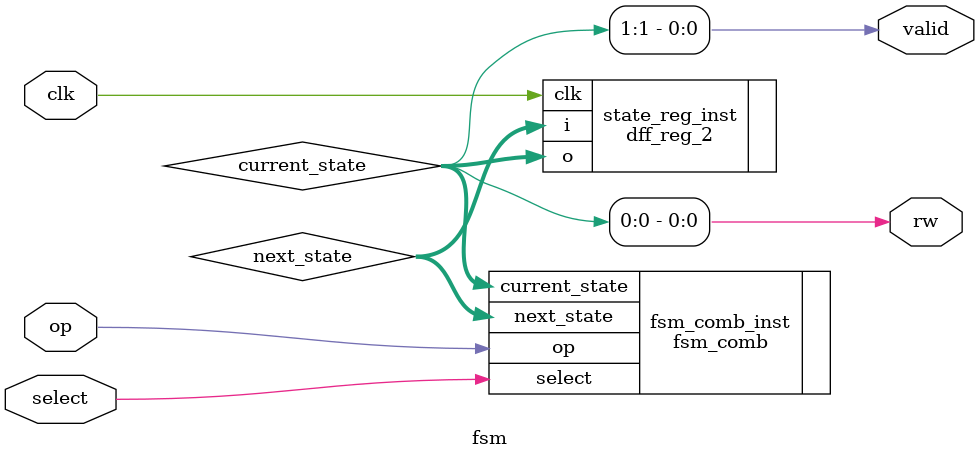
<source format=v>

module fsm (
    input wire clk,
    input wire op,
    input wire select,
    output wire valid,
    output wire rw
    );

    wire [1:0] current_state;
    wire [1:0] next_state;

    // State D Flip-Flop
    dff_reg_2 state_reg_inst (
        .clk(clk),
        .i(next_state),
        .o(current_state)
    );

    // Next state
    fsm_comb fsm_comb_inst (
        .op(op),
        .select(select),
        .current_state(current_state),
        .next_state(next_state)
    );

    // Assign output signals
    assign valid = current_state[1];
    assign rw = current_state[0];
endmodule
</source>
